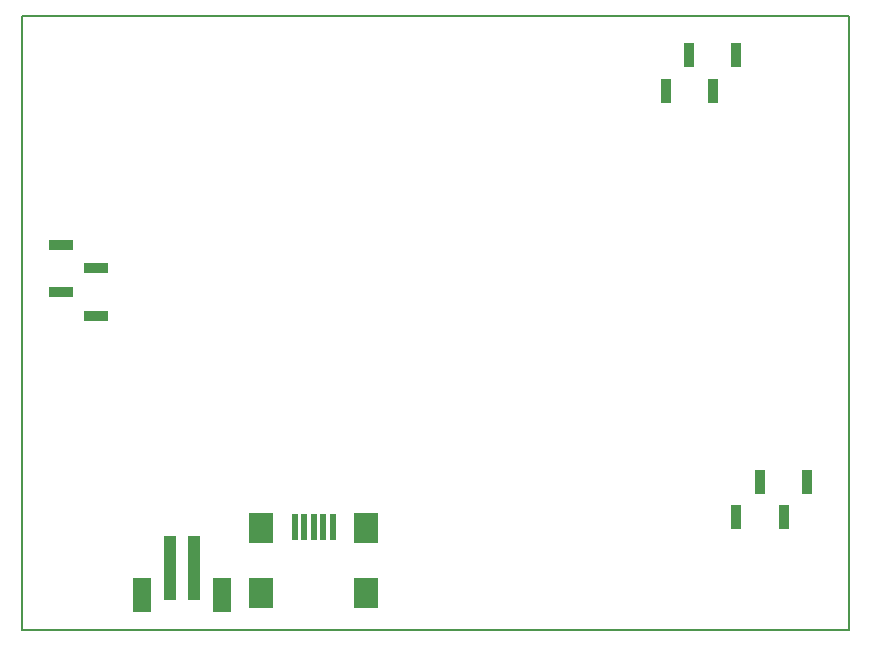
<source format=gtp>
G04 #@! TF.GenerationSoftware,KiCad,Pcbnew,(5.1.5-0-10_14)*
G04 #@! TF.CreationDate,2020-05-24T14:41:35+12:00*
G04 #@! TF.ProjectId,power-board,706f7765-722d-4626-9f61-72642e6b6963,C*
G04 #@! TF.SameCoordinates,Original*
G04 #@! TF.FileFunction,Paste,Top*
G04 #@! TF.FilePolarity,Positive*
%FSLAX46Y46*%
G04 Gerber Fmt 4.6, Leading zero omitted, Abs format (unit mm)*
G04 Created by KiCad (PCBNEW (5.1.5-0-10_14)) date 2020-05-24 14:41:35*
%MOMM*%
%LPD*%
G04 APERTURE LIST*
%ADD10C,0.200000*%
%ADD11R,2.100000X0.850000*%
%ADD12R,1.998980X2.499360*%
%ADD13R,0.500380X2.301240*%
%ADD14R,0.850000X2.100000*%
%ADD15R,1.600000X3.000000*%
%ADD16R,1.000000X5.500000*%
G04 APERTURE END LIST*
D10*
X111800000Y-94400000D02*
X111800000Y-42400000D01*
X41800000Y-42400000D02*
X41800000Y-94400000D01*
X111800000Y-42400000D02*
X41800000Y-42400000D01*
X41800000Y-94400000D02*
X111800000Y-94400000D01*
D11*
X48090000Y-67750000D03*
X45090000Y-65750000D03*
X48090000Y-63750000D03*
X45090000Y-61750000D03*
D12*
X70974080Y-91242840D03*
X70974080Y-85743740D03*
X62073920Y-91242840D03*
X62073920Y-85743740D03*
D13*
X68124200Y-85644680D03*
X67324100Y-85644680D03*
X66524000Y-85644680D03*
X65723900Y-85644680D03*
X64923800Y-85644680D03*
D14*
X102300000Y-45690000D03*
X100300000Y-48690000D03*
X98300000Y-45690000D03*
X96300000Y-48690000D03*
X108300000Y-81810000D03*
X106300000Y-84810000D03*
X104300000Y-81810000D03*
X102300000Y-84810000D03*
D15*
X51948000Y-91388000D03*
X58748000Y-91388000D03*
D16*
X56348000Y-89138000D03*
X54348000Y-89138000D03*
M02*

</source>
